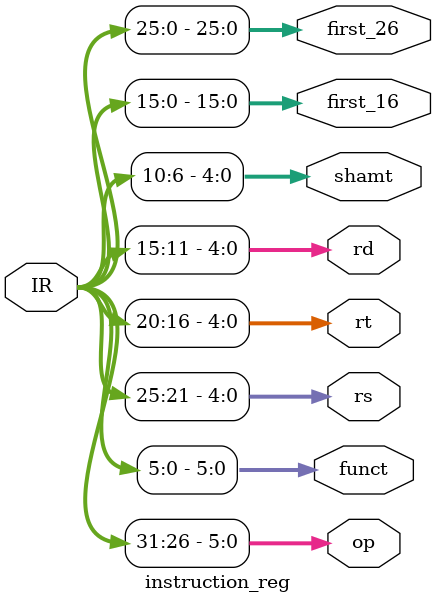
<source format=v>
	
module instruction_reg ( IR, op , rs , rt , rd , first_16 ,first_26,shamt, funct );

input [31:0] IR ;
     
output reg [5:0]  op , funct ;     // 6 bits 
output reg [4:0]  rs , rt , rd , shamt ;   // 5 bits 
output reg [15:0]  first_16  ;     // 16 bits
output reg [25:0]  first_26 ;
 
always @ (IR) begin
   op <= IR[31:26];
   rs <= IR[25:21];
   rt <= IR[20:16];
   rd <= IR[15:11];
   first_16 <= IR[15:0];
   first_26 <= IR[25:0];
   funct <= IR[5:0];
   shamt <= IR[10:6];
   
end 

endmodule


</source>
